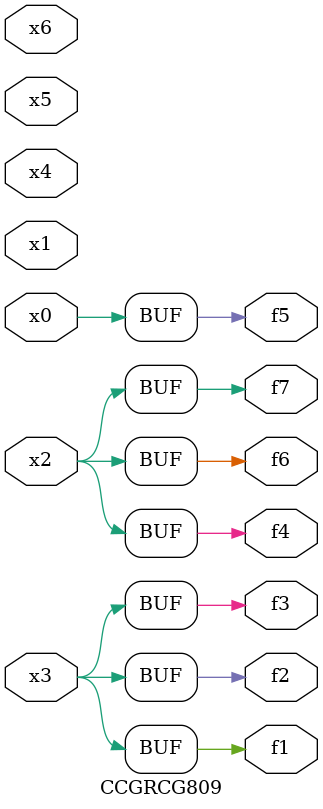
<source format=v>
module CCGRCG809(
	input x0, x1, x2, x3, x4, x5, x6,
	output f1, f2, f3, f4, f5, f6, f7
);
	assign f1 = x3;
	assign f2 = x3;
	assign f3 = x3;
	assign f4 = x2;
	assign f5 = x0;
	assign f6 = x2;
	assign f7 = x2;
endmodule

</source>
